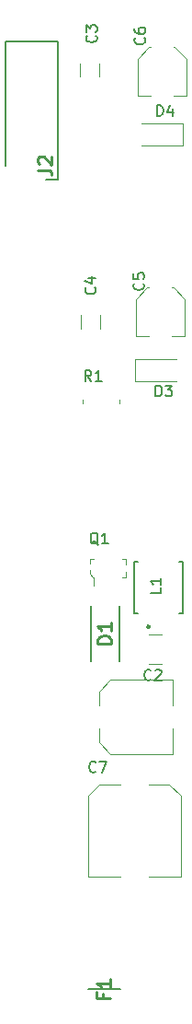
<source format=gbr>
%TF.GenerationSoftware,KiCad,Pcbnew,(5.1.6-0-10_14)*%
%TF.CreationDate,2020-12-25T20:14:25+01:00*%
%TF.ProjectId,USBPowerSupplyEurorack,55534250-6f77-4657-9253-7570706c7945,rev?*%
%TF.SameCoordinates,Original*%
%TF.FileFunction,Legend,Top*%
%TF.FilePolarity,Positive*%
%FSLAX46Y46*%
G04 Gerber Fmt 4.6, Leading zero omitted, Abs format (unit mm)*
G04 Created by KiCad (PCBNEW (5.1.6-0-10_14)) date 2020-12-25 20:14:25*
%MOMM*%
%LPD*%
G01*
G04 APERTURE LIST*
%ADD10C,0.200000*%
%ADD11C,0.120000*%
%ADD12C,0.150000*%
%ADD13C,0.250000*%
%ADD14C,0.100000*%
%ADD15C,0.254000*%
G04 APERTURE END LIST*
D10*
%TO.C,J2*%
X129115000Y-61495000D02*
X129115000Y-72925000D01*
X133945000Y-61495000D02*
X129115000Y-61495000D01*
X133945000Y-74195000D02*
X133945000Y-61495000D01*
X132800000Y-74195000D02*
X133945000Y-74195000D01*
D11*
%TO.C,C1*%
X136715000Y-138360000D02*
X139665000Y-138360000D01*
X145235000Y-138360000D02*
X142285000Y-138360000D01*
X145235000Y-130904437D02*
X145235000Y-138360000D01*
X136715000Y-130904437D02*
X136715000Y-138360000D01*
X137779437Y-129840000D02*
X139665000Y-129840000D01*
X144170563Y-129840000D02*
X142285000Y-129840000D01*
X144170563Y-129840000D02*
X145235000Y-130904437D01*
X137779437Y-129840000D02*
X136715000Y-130904437D01*
%TO.C,C2*%
X142322936Y-116040000D02*
X143527064Y-116040000D01*
X142322936Y-118760000D02*
X143527064Y-118760000D01*
%TO.C,C3*%
X137760000Y-63522936D02*
X137760000Y-64727064D01*
X135940000Y-63522936D02*
X135940000Y-64727064D01*
%TO.C,C4*%
X136015000Y-86697936D02*
X136015000Y-87902064D01*
X137835000Y-86697936D02*
X137835000Y-87902064D01*
%TO.C,C5*%
X141115000Y-88660000D02*
X142315000Y-88660000D01*
X145635000Y-88660000D02*
X144435000Y-88660000D01*
X145635000Y-85204437D02*
X145635000Y-88660000D01*
X141115000Y-85204437D02*
X141115000Y-88660000D01*
X142179437Y-84140000D02*
X142315000Y-84140000D01*
X144570563Y-84140000D02*
X144435000Y-84140000D01*
X144570563Y-84140000D02*
X145635000Y-85204437D01*
X142179437Y-84140000D02*
X141115000Y-85204437D01*
%TO.C,C6*%
X142329437Y-62040000D02*
X141265000Y-63104437D01*
X144720563Y-62040000D02*
X145785000Y-63104437D01*
X144720563Y-62040000D02*
X144585000Y-62040000D01*
X142329437Y-62040000D02*
X142465000Y-62040000D01*
X141265000Y-63104437D02*
X141265000Y-66560000D01*
X145785000Y-63104437D02*
X145785000Y-66560000D01*
X145785000Y-66560000D02*
X144585000Y-66560000D01*
X141265000Y-66560000D02*
X142465000Y-66560000D01*
%TO.C,C7*%
X144535000Y-127035000D02*
X144535000Y-124685000D01*
X144535000Y-120215000D02*
X144535000Y-122565000D01*
X138779437Y-120215000D02*
X144535000Y-120215000D01*
X138779437Y-127035000D02*
X144535000Y-127035000D01*
X137715000Y-125970563D02*
X137715000Y-124685000D01*
X137715000Y-121279437D02*
X137715000Y-122565000D01*
X137715000Y-121279437D02*
X138779437Y-120215000D01*
X137715000Y-125970563D02*
X138779437Y-127035000D01*
D10*
%TO.C,D1*%
X139573000Y-118470000D02*
X139573000Y-113430000D01*
X136977000Y-113430000D02*
X136977000Y-118470000D01*
D11*
%TO.C,D3*%
X141025000Y-90775000D02*
X141025000Y-92775000D01*
X141025000Y-92775000D02*
X144875000Y-92775000D01*
X141025000Y-90775000D02*
X144875000Y-90775000D01*
%TO.C,D4*%
X145450000Y-71100000D02*
X141600000Y-71100000D01*
X145450000Y-69100000D02*
X141600000Y-69100000D01*
X145450000Y-71100000D02*
X145450000Y-69100000D01*
D10*
%TO.C,F1*%
X136680000Y-148650000D02*
X139720000Y-148650000D01*
D12*
%TO.C,L1*%
X140950000Y-114100000D02*
X140950000Y-109400000D01*
X145450000Y-114100000D02*
X145450000Y-109400000D01*
X145450000Y-114100000D02*
X145100000Y-114100000D01*
X145450000Y-109400000D02*
X145100000Y-109400000D01*
X140950000Y-114100000D02*
X141300000Y-114100000D01*
X140950000Y-109400000D02*
X141300000Y-109400000D01*
D13*
X142375000Y-115350000D02*
G75*
G03*
X142375000Y-115350000I-125000J0D01*
G01*
D14*
%TO.C,Q1*%
X136900000Y-110150000D02*
X136900000Y-110425000D01*
X136900000Y-110425000D02*
X137175000Y-110800000D01*
X137175000Y-110800000D02*
X137225000Y-110800000D01*
X137225000Y-110800000D02*
X137225000Y-111575000D01*
X140200000Y-110325000D02*
X140200000Y-110800000D01*
X140200000Y-110800000D02*
X139850000Y-110800000D01*
X139975000Y-109150000D02*
X139850000Y-109150000D01*
X139900000Y-109150000D02*
X140200000Y-109150000D01*
X140200000Y-109150000D02*
X140200000Y-109600000D01*
X136900000Y-109525000D02*
X136900000Y-109150000D01*
X136900000Y-109150000D02*
X137200000Y-109150000D01*
D11*
%TO.C,R1*%
X136215000Y-94832983D02*
X136215000Y-94467017D01*
X139635000Y-94832983D02*
X139635000Y-94467017D01*
%TO.C,J2*%
D15*
X132104523Y-73348333D02*
X133011666Y-73348333D01*
X133193095Y-73408809D01*
X133314047Y-73529761D01*
X133374523Y-73711190D01*
X133374523Y-73832142D01*
X132225476Y-72804047D02*
X132165000Y-72743571D01*
X132104523Y-72622619D01*
X132104523Y-72320238D01*
X132165000Y-72199285D01*
X132225476Y-72138809D01*
X132346428Y-72078333D01*
X132467380Y-72078333D01*
X132648809Y-72138809D01*
X133374523Y-72864523D01*
X133374523Y-72078333D01*
%TO.C,C2*%
D12*
X142508333Y-120182142D02*
X142460714Y-120229761D01*
X142317857Y-120277380D01*
X142222619Y-120277380D01*
X142079761Y-120229761D01*
X141984523Y-120134523D01*
X141936904Y-120039285D01*
X141889285Y-119848809D01*
X141889285Y-119705952D01*
X141936904Y-119515476D01*
X141984523Y-119420238D01*
X142079761Y-119325000D01*
X142222619Y-119277380D01*
X142317857Y-119277380D01*
X142460714Y-119325000D01*
X142508333Y-119372619D01*
X142889285Y-119372619D02*
X142936904Y-119325000D01*
X143032142Y-119277380D01*
X143270238Y-119277380D01*
X143365476Y-119325000D01*
X143413095Y-119372619D01*
X143460714Y-119467857D01*
X143460714Y-119563095D01*
X143413095Y-119705952D01*
X142841666Y-120277380D01*
X143460714Y-120277380D01*
%TO.C,C3*%
X137432142Y-60991666D02*
X137479761Y-61039285D01*
X137527380Y-61182142D01*
X137527380Y-61277380D01*
X137479761Y-61420238D01*
X137384523Y-61515476D01*
X137289285Y-61563095D01*
X137098809Y-61610714D01*
X136955952Y-61610714D01*
X136765476Y-61563095D01*
X136670238Y-61515476D01*
X136575000Y-61420238D01*
X136527380Y-61277380D01*
X136527380Y-61182142D01*
X136575000Y-61039285D01*
X136622619Y-60991666D01*
X136527380Y-60658333D02*
X136527380Y-60039285D01*
X136908333Y-60372619D01*
X136908333Y-60229761D01*
X136955952Y-60134523D01*
X137003571Y-60086904D01*
X137098809Y-60039285D01*
X137336904Y-60039285D01*
X137432142Y-60086904D01*
X137479761Y-60134523D01*
X137527380Y-60229761D01*
X137527380Y-60515476D01*
X137479761Y-60610714D01*
X137432142Y-60658333D01*
%TO.C,C4*%
X137332142Y-84141666D02*
X137379761Y-84189285D01*
X137427380Y-84332142D01*
X137427380Y-84427380D01*
X137379761Y-84570238D01*
X137284523Y-84665476D01*
X137189285Y-84713095D01*
X136998809Y-84760714D01*
X136855952Y-84760714D01*
X136665476Y-84713095D01*
X136570238Y-84665476D01*
X136475000Y-84570238D01*
X136427380Y-84427380D01*
X136427380Y-84332142D01*
X136475000Y-84189285D01*
X136522619Y-84141666D01*
X136760714Y-83284523D02*
X137427380Y-83284523D01*
X136379761Y-83522619D02*
X137094047Y-83760714D01*
X137094047Y-83141666D01*
%TO.C,C5*%
X141782142Y-83766666D02*
X141829761Y-83814285D01*
X141877380Y-83957142D01*
X141877380Y-84052380D01*
X141829761Y-84195238D01*
X141734523Y-84290476D01*
X141639285Y-84338095D01*
X141448809Y-84385714D01*
X141305952Y-84385714D01*
X141115476Y-84338095D01*
X141020238Y-84290476D01*
X140925000Y-84195238D01*
X140877380Y-84052380D01*
X140877380Y-83957142D01*
X140925000Y-83814285D01*
X140972619Y-83766666D01*
X140877380Y-82861904D02*
X140877380Y-83338095D01*
X141353571Y-83385714D01*
X141305952Y-83338095D01*
X141258333Y-83242857D01*
X141258333Y-83004761D01*
X141305952Y-82909523D01*
X141353571Y-82861904D01*
X141448809Y-82814285D01*
X141686904Y-82814285D01*
X141782142Y-82861904D01*
X141829761Y-82909523D01*
X141877380Y-83004761D01*
X141877380Y-83242857D01*
X141829761Y-83338095D01*
X141782142Y-83385714D01*
%TO.C,C6*%
X141882142Y-61191666D02*
X141929761Y-61239285D01*
X141977380Y-61382142D01*
X141977380Y-61477380D01*
X141929761Y-61620238D01*
X141834523Y-61715476D01*
X141739285Y-61763095D01*
X141548809Y-61810714D01*
X141405952Y-61810714D01*
X141215476Y-61763095D01*
X141120238Y-61715476D01*
X141025000Y-61620238D01*
X140977380Y-61477380D01*
X140977380Y-61382142D01*
X141025000Y-61239285D01*
X141072619Y-61191666D01*
X140977380Y-60334523D02*
X140977380Y-60525000D01*
X141025000Y-60620238D01*
X141072619Y-60667857D01*
X141215476Y-60763095D01*
X141405952Y-60810714D01*
X141786904Y-60810714D01*
X141882142Y-60763095D01*
X141929761Y-60715476D01*
X141977380Y-60620238D01*
X141977380Y-60429761D01*
X141929761Y-60334523D01*
X141882142Y-60286904D01*
X141786904Y-60239285D01*
X141548809Y-60239285D01*
X141453571Y-60286904D01*
X141405952Y-60334523D01*
X141358333Y-60429761D01*
X141358333Y-60620238D01*
X141405952Y-60715476D01*
X141453571Y-60763095D01*
X141548809Y-60810714D01*
%TO.C,C7*%
X137433333Y-128632142D02*
X137385714Y-128679761D01*
X137242857Y-128727380D01*
X137147619Y-128727380D01*
X137004761Y-128679761D01*
X136909523Y-128584523D01*
X136861904Y-128489285D01*
X136814285Y-128298809D01*
X136814285Y-128155952D01*
X136861904Y-127965476D01*
X136909523Y-127870238D01*
X137004761Y-127775000D01*
X137147619Y-127727380D01*
X137242857Y-127727380D01*
X137385714Y-127775000D01*
X137433333Y-127822619D01*
X137766666Y-127727380D02*
X138433333Y-127727380D01*
X138004761Y-128727380D01*
%TO.C,D1*%
D15*
X138849523Y-116887380D02*
X137579523Y-116887380D01*
X137579523Y-116585000D01*
X137640000Y-116403571D01*
X137760952Y-116282619D01*
X137881904Y-116222142D01*
X138123809Y-116161666D01*
X138305238Y-116161666D01*
X138547142Y-116222142D01*
X138668095Y-116282619D01*
X138789047Y-116403571D01*
X138849523Y-116585000D01*
X138849523Y-116887380D01*
X138849523Y-114952142D02*
X138849523Y-115677857D01*
X138849523Y-115315000D02*
X137579523Y-115315000D01*
X137760952Y-115435952D01*
X137881904Y-115556904D01*
X137942380Y-115677857D01*
%TO.C,D3*%
D12*
X142936904Y-94152380D02*
X142936904Y-93152380D01*
X143175000Y-93152380D01*
X143317857Y-93200000D01*
X143413095Y-93295238D01*
X143460714Y-93390476D01*
X143508333Y-93580952D01*
X143508333Y-93723809D01*
X143460714Y-93914285D01*
X143413095Y-94009523D01*
X143317857Y-94104761D01*
X143175000Y-94152380D01*
X142936904Y-94152380D01*
X143841666Y-93152380D02*
X144460714Y-93152380D01*
X144127380Y-93533333D01*
X144270238Y-93533333D01*
X144365476Y-93580952D01*
X144413095Y-93628571D01*
X144460714Y-93723809D01*
X144460714Y-93961904D01*
X144413095Y-94057142D01*
X144365476Y-94104761D01*
X144270238Y-94152380D01*
X143984523Y-94152380D01*
X143889285Y-94104761D01*
X143841666Y-94057142D01*
%TO.C,D4*%
X143061904Y-68377380D02*
X143061904Y-67377380D01*
X143300000Y-67377380D01*
X143442857Y-67425000D01*
X143538095Y-67520238D01*
X143585714Y-67615476D01*
X143633333Y-67805952D01*
X143633333Y-67948809D01*
X143585714Y-68139285D01*
X143538095Y-68234523D01*
X143442857Y-68329761D01*
X143300000Y-68377380D01*
X143061904Y-68377380D01*
X144490476Y-67710714D02*
X144490476Y-68377380D01*
X144252380Y-67329761D02*
X144014285Y-68044047D01*
X144633333Y-68044047D01*
%TO.C,F1*%
D15*
X138109285Y-149073333D02*
X138109285Y-149496666D01*
X138774523Y-149496666D02*
X137504523Y-149496666D01*
X137504523Y-148891904D01*
X138774523Y-147742857D02*
X138774523Y-148468571D01*
X138774523Y-148105714D02*
X137504523Y-148105714D01*
X137685952Y-148226666D01*
X137806904Y-148347619D01*
X137867380Y-148468571D01*
%TO.C,L1*%
D12*
X143452380Y-111738214D02*
X143452380Y-112214404D01*
X142452380Y-112214404D01*
X143452380Y-110881071D02*
X143452380Y-111452500D01*
X143452380Y-111166785D02*
X142452380Y-111166785D01*
X142595238Y-111262023D01*
X142690476Y-111357261D01*
X142738095Y-111452500D01*
%TO.C,Q1*%
X137654761Y-107797619D02*
X137559523Y-107750000D01*
X137464285Y-107654761D01*
X137321428Y-107511904D01*
X137226190Y-107464285D01*
X137130952Y-107464285D01*
X137178571Y-107702380D02*
X137083333Y-107654761D01*
X136988095Y-107559523D01*
X136940476Y-107369047D01*
X136940476Y-107035714D01*
X136988095Y-106845238D01*
X137083333Y-106750000D01*
X137178571Y-106702380D01*
X137369047Y-106702380D01*
X137464285Y-106750000D01*
X137559523Y-106845238D01*
X137607142Y-107035714D01*
X137607142Y-107369047D01*
X137559523Y-107559523D01*
X137464285Y-107654761D01*
X137369047Y-107702380D01*
X137178571Y-107702380D01*
X138559523Y-107702380D02*
X137988095Y-107702380D01*
X138273809Y-107702380D02*
X138273809Y-106702380D01*
X138178571Y-106845238D01*
X138083333Y-106940476D01*
X137988095Y-106988095D01*
%TO.C,R1*%
X137008333Y-92752380D02*
X136675000Y-92276190D01*
X136436904Y-92752380D02*
X136436904Y-91752380D01*
X136817857Y-91752380D01*
X136913095Y-91800000D01*
X136960714Y-91847619D01*
X137008333Y-91942857D01*
X137008333Y-92085714D01*
X136960714Y-92180952D01*
X136913095Y-92228571D01*
X136817857Y-92276190D01*
X136436904Y-92276190D01*
X137960714Y-92752380D02*
X137389285Y-92752380D01*
X137675000Y-92752380D02*
X137675000Y-91752380D01*
X137579761Y-91895238D01*
X137484523Y-91990476D01*
X137389285Y-92038095D01*
%TD*%
M02*

</source>
